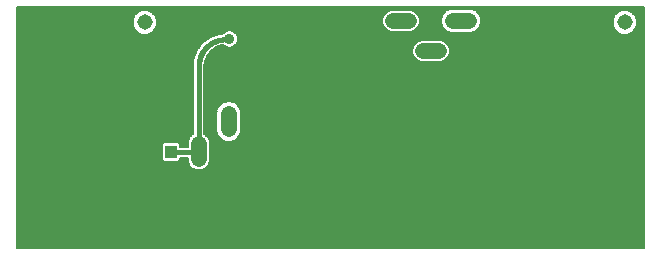
<source format=gbl>
G75*
%MOIN*%
%OFA0B0*%
%FSLAX25Y25*%
%IPPOS*%
%LPD*%
%AMOC8*
5,1,8,0,0,1.08239X$1,22.5*
%
%ADD10C,0.05200*%
%ADD11R,0.03937X0.04331*%
%ADD12C,0.05150*%
%ADD13C,0.00600*%
%ADD14C,0.03569*%
%ADD15C,0.01600*%
D10*
X0085668Y0028262D02*
X0085668Y0033462D01*
X0075668Y0038262D02*
X0075668Y0043462D01*
X0085668Y0048262D02*
X0085668Y0053462D01*
X0150568Y0074362D02*
X0155768Y0074362D01*
X0160568Y0084362D02*
X0165768Y0084362D01*
X0145768Y0084362D02*
X0140568Y0084362D01*
D11*
X0066398Y0040587D03*
X0066398Y0033894D03*
D12*
X0057668Y0013862D03*
X0217668Y0013862D03*
X0217668Y0083862D03*
X0057668Y0083862D03*
D13*
X0014968Y0089022D02*
X0014968Y0008662D01*
X0224069Y0008662D01*
X0224069Y0089022D01*
X0014968Y0089022D01*
X0014968Y0088601D02*
X0224069Y0088601D01*
X0224069Y0088003D02*
X0167692Y0088003D01*
X0168091Y0087837D02*
X0166584Y0088462D01*
X0159753Y0088462D01*
X0158246Y0087837D01*
X0157093Y0086684D01*
X0156468Y0085177D01*
X0156468Y0083546D01*
X0157093Y0082039D01*
X0158246Y0080886D01*
X0159753Y0080262D01*
X0166584Y0080262D01*
X0168091Y0080886D01*
X0169244Y0082039D01*
X0169868Y0083546D01*
X0169868Y0085177D01*
X0169244Y0086684D01*
X0168091Y0087837D01*
X0168524Y0087404D02*
X0215573Y0087404D01*
X0215360Y0087316D02*
X0214214Y0086170D01*
X0213594Y0084672D01*
X0213594Y0083051D01*
X0214214Y0081553D01*
X0215360Y0080407D01*
X0216858Y0079787D01*
X0218479Y0079787D01*
X0219977Y0080407D01*
X0221123Y0081553D01*
X0221743Y0083051D01*
X0221743Y0084672D01*
X0221123Y0086170D01*
X0219977Y0087316D01*
X0218479Y0087936D01*
X0216858Y0087936D01*
X0215360Y0087316D01*
X0214850Y0086806D02*
X0169123Y0086806D01*
X0169442Y0086207D02*
X0214251Y0086207D01*
X0213981Y0085609D02*
X0169690Y0085609D01*
X0169868Y0085010D02*
X0213733Y0085010D01*
X0213594Y0084412D02*
X0169868Y0084412D01*
X0169868Y0083813D02*
X0213594Y0083813D01*
X0213594Y0083215D02*
X0169731Y0083215D01*
X0169483Y0082616D02*
X0213774Y0082616D01*
X0214022Y0082018D02*
X0169222Y0082018D01*
X0168624Y0081419D02*
X0214348Y0081419D01*
X0214947Y0080821D02*
X0167933Y0080821D01*
X0158404Y0080821D02*
X0146888Y0080821D01*
X0146504Y0080662D02*
X0147864Y0081225D01*
X0148905Y0082266D01*
X0149468Y0083626D01*
X0149468Y0085098D01*
X0148905Y0086458D01*
X0147864Y0087498D01*
X0146504Y0088062D01*
X0139832Y0088062D01*
X0138472Y0087498D01*
X0137432Y0086458D01*
X0136868Y0085098D01*
X0136868Y0083626D01*
X0137432Y0082266D01*
X0138472Y0081225D01*
X0139832Y0080662D01*
X0146504Y0080662D01*
X0148058Y0081419D02*
X0157713Y0081419D01*
X0157114Y0082018D02*
X0148657Y0082018D01*
X0149050Y0082616D02*
X0156854Y0082616D01*
X0156606Y0083215D02*
X0149298Y0083215D01*
X0149468Y0083813D02*
X0156468Y0083813D01*
X0156468Y0084412D02*
X0149468Y0084412D01*
X0149468Y0085010D02*
X0156468Y0085010D01*
X0156647Y0085609D02*
X0149257Y0085609D01*
X0149009Y0086207D02*
X0156895Y0086207D01*
X0157214Y0086806D02*
X0148557Y0086806D01*
X0147958Y0087404D02*
X0157813Y0087404D01*
X0158645Y0088003D02*
X0146647Y0088003D01*
X0139690Y0088003D02*
X0014968Y0088003D01*
X0014968Y0087404D02*
X0055573Y0087404D01*
X0055360Y0087316D02*
X0054214Y0086170D01*
X0053594Y0084672D01*
X0053594Y0083051D01*
X0054214Y0081553D01*
X0055360Y0080407D01*
X0056858Y0079787D01*
X0058479Y0079787D01*
X0059977Y0080407D01*
X0061123Y0081553D01*
X0061743Y0083051D01*
X0061743Y0084672D01*
X0061123Y0086170D01*
X0059977Y0087316D01*
X0058479Y0087936D01*
X0056858Y0087936D01*
X0055360Y0087316D01*
X0054850Y0086806D02*
X0014968Y0086806D01*
X0014968Y0086207D02*
X0054251Y0086207D01*
X0053981Y0085609D02*
X0014968Y0085609D01*
X0014968Y0085010D02*
X0053733Y0085010D01*
X0053594Y0084412D02*
X0014968Y0084412D01*
X0014968Y0083813D02*
X0053594Y0083813D01*
X0053594Y0083215D02*
X0014968Y0083215D01*
X0014968Y0082616D02*
X0053774Y0082616D01*
X0054022Y0082018D02*
X0014968Y0082018D01*
X0014968Y0081419D02*
X0054348Y0081419D01*
X0054947Y0080821D02*
X0014968Y0080821D01*
X0014968Y0080222D02*
X0055807Y0080222D01*
X0059529Y0080222D02*
X0083664Y0080222D01*
X0083569Y0080127D02*
X0082824Y0080127D01*
X0079583Y0079073D01*
X0076825Y0077070D01*
X0076825Y0077070D01*
X0076825Y0077070D01*
X0074822Y0074312D01*
X0073768Y0071071D01*
X0073768Y0046680D01*
X0073572Y0046598D01*
X0072532Y0045558D01*
X0071968Y0044198D01*
X0071968Y0042487D01*
X0069467Y0042487D01*
X0069467Y0043208D01*
X0068823Y0043852D01*
X0063974Y0043852D01*
X0063330Y0043208D01*
X0063330Y0037966D01*
X0063974Y0037322D01*
X0068823Y0037322D01*
X0069467Y0037966D01*
X0069467Y0038687D01*
X0071968Y0038687D01*
X0071968Y0037526D01*
X0072532Y0036166D01*
X0073572Y0035125D01*
X0074932Y0034562D01*
X0076404Y0034562D01*
X0077764Y0035125D01*
X0078805Y0036166D01*
X0079368Y0037526D01*
X0079368Y0044198D01*
X0078805Y0045558D01*
X0077764Y0046598D01*
X0077568Y0046680D01*
X0077568Y0069366D01*
X0077654Y0070455D01*
X0078327Y0072526D01*
X0079607Y0074288D01*
X0081369Y0075568D01*
X0083440Y0076241D01*
X0083905Y0076278D01*
X0084258Y0075925D01*
X0085318Y0075486D01*
X0086465Y0075486D01*
X0087525Y0075925D01*
X0088337Y0076736D01*
X0088776Y0077797D01*
X0088776Y0078944D01*
X0088337Y0080004D01*
X0087525Y0080815D01*
X0086465Y0081254D01*
X0085318Y0081254D01*
X0084258Y0080815D01*
X0083569Y0080127D01*
X0082824Y0080127D02*
X0082824Y0080127D01*
X0084270Y0080821D02*
X0060390Y0080821D01*
X0060988Y0081419D02*
X0138278Y0081419D01*
X0137680Y0082018D02*
X0061315Y0082018D01*
X0061563Y0082616D02*
X0137287Y0082616D01*
X0137039Y0083215D02*
X0061743Y0083215D01*
X0061743Y0083813D02*
X0136868Y0083813D01*
X0136868Y0084412D02*
X0061743Y0084412D01*
X0061603Y0085010D02*
X0136868Y0085010D01*
X0137080Y0085609D02*
X0061355Y0085609D01*
X0061086Y0086207D02*
X0137328Y0086207D01*
X0137780Y0086806D02*
X0060487Y0086806D01*
X0059764Y0087404D02*
X0138378Y0087404D01*
X0139449Y0080821D02*
X0087513Y0080821D01*
X0088119Y0080222D02*
X0215807Y0080222D01*
X0219529Y0080222D02*
X0224069Y0080222D01*
X0224069Y0080821D02*
X0220390Y0080821D01*
X0220988Y0081419D02*
X0224069Y0081419D01*
X0224069Y0082018D02*
X0221315Y0082018D01*
X0221563Y0082616D02*
X0224069Y0082616D01*
X0224069Y0083215D02*
X0221743Y0083215D01*
X0221743Y0083813D02*
X0224069Y0083813D01*
X0224069Y0084412D02*
X0221743Y0084412D01*
X0221603Y0085010D02*
X0224069Y0085010D01*
X0224069Y0085609D02*
X0221355Y0085609D01*
X0221086Y0086207D02*
X0224069Y0086207D01*
X0224069Y0086806D02*
X0220487Y0086806D01*
X0219764Y0087404D02*
X0224069Y0087404D01*
X0224069Y0079623D02*
X0088494Y0079623D01*
X0088742Y0079025D02*
X0224069Y0079025D01*
X0224069Y0078426D02*
X0088776Y0078426D01*
X0088776Y0077828D02*
X0149268Y0077828D01*
X0149832Y0078062D02*
X0148472Y0077498D01*
X0147432Y0076458D01*
X0146868Y0075098D01*
X0146868Y0073626D01*
X0147432Y0072266D01*
X0148472Y0071225D01*
X0149832Y0070662D01*
X0156504Y0070662D01*
X0157864Y0071225D01*
X0158905Y0072266D01*
X0159468Y0073626D01*
X0159468Y0075098D01*
X0158905Y0076458D01*
X0157864Y0077498D01*
X0156504Y0078062D01*
X0149832Y0078062D01*
X0148204Y0077229D02*
X0088541Y0077229D01*
X0088231Y0076631D02*
X0147605Y0076631D01*
X0147256Y0076032D02*
X0087633Y0076032D01*
X0084150Y0076032D02*
X0082798Y0076032D01*
X0081184Y0075434D02*
X0147008Y0075434D01*
X0146868Y0074835D02*
X0080360Y0074835D01*
X0079570Y0074237D02*
X0146868Y0074237D01*
X0146868Y0073638D02*
X0079135Y0073638D01*
X0078700Y0073040D02*
X0147111Y0073040D01*
X0147359Y0072441D02*
X0078299Y0072441D01*
X0078105Y0071843D02*
X0147855Y0071843D01*
X0148453Y0071244D02*
X0077910Y0071244D01*
X0077716Y0070646D02*
X0224069Y0070646D01*
X0224069Y0071244D02*
X0157884Y0071244D01*
X0158482Y0071843D02*
X0224069Y0071843D01*
X0224069Y0072441D02*
X0158978Y0072441D01*
X0159226Y0073040D02*
X0224069Y0073040D01*
X0224069Y0073638D02*
X0159468Y0073638D01*
X0159468Y0074237D02*
X0224069Y0074237D01*
X0224069Y0074835D02*
X0159468Y0074835D01*
X0159329Y0075434D02*
X0224069Y0075434D01*
X0224069Y0076032D02*
X0159081Y0076032D01*
X0158732Y0076631D02*
X0224069Y0076631D01*
X0224069Y0077229D02*
X0158133Y0077229D01*
X0157069Y0077828D02*
X0224069Y0077828D01*
X0224069Y0070047D02*
X0077622Y0070047D01*
X0077575Y0069449D02*
X0224069Y0069449D01*
X0224069Y0068850D02*
X0077568Y0068850D01*
X0077568Y0068252D02*
X0224069Y0068252D01*
X0224069Y0067653D02*
X0077568Y0067653D01*
X0077568Y0067055D02*
X0224069Y0067055D01*
X0224069Y0066456D02*
X0077568Y0066456D01*
X0077568Y0065858D02*
X0224069Y0065858D01*
X0224069Y0065259D02*
X0077568Y0065259D01*
X0077568Y0064661D02*
X0224069Y0064661D01*
X0224069Y0064062D02*
X0077568Y0064062D01*
X0077568Y0063464D02*
X0224069Y0063464D01*
X0224069Y0062865D02*
X0077568Y0062865D01*
X0077568Y0062267D02*
X0224069Y0062267D01*
X0224069Y0061668D02*
X0077568Y0061668D01*
X0077568Y0061070D02*
X0224069Y0061070D01*
X0224069Y0060471D02*
X0077568Y0060471D01*
X0077568Y0059873D02*
X0224069Y0059873D01*
X0224069Y0059274D02*
X0077568Y0059274D01*
X0077568Y0058676D02*
X0224069Y0058676D01*
X0224069Y0058077D02*
X0077568Y0058077D01*
X0077568Y0057479D02*
X0084652Y0057479D01*
X0084853Y0057562D02*
X0083346Y0056937D01*
X0082193Y0055784D01*
X0081568Y0054277D01*
X0081568Y0047446D01*
X0082193Y0045939D01*
X0083346Y0044786D01*
X0084853Y0044162D01*
X0086484Y0044162D01*
X0087991Y0044786D01*
X0089144Y0045939D01*
X0089768Y0047446D01*
X0089768Y0054277D01*
X0089144Y0055784D01*
X0087991Y0056937D01*
X0086484Y0057562D01*
X0084853Y0057562D01*
X0083288Y0056880D02*
X0077568Y0056880D01*
X0077568Y0056282D02*
X0082690Y0056282D01*
X0082151Y0055683D02*
X0077568Y0055683D01*
X0077568Y0055085D02*
X0081903Y0055085D01*
X0081655Y0054486D02*
X0077568Y0054486D01*
X0077568Y0053887D02*
X0081568Y0053887D01*
X0081568Y0053289D02*
X0077568Y0053289D01*
X0077568Y0052690D02*
X0081568Y0052690D01*
X0081568Y0052092D02*
X0077568Y0052092D01*
X0077568Y0051493D02*
X0081568Y0051493D01*
X0081568Y0050895D02*
X0077568Y0050895D01*
X0077568Y0050296D02*
X0081568Y0050296D01*
X0081568Y0049698D02*
X0077568Y0049698D01*
X0077568Y0049099D02*
X0081568Y0049099D01*
X0081568Y0048501D02*
X0077568Y0048501D01*
X0077568Y0047902D02*
X0081568Y0047902D01*
X0081627Y0047304D02*
X0077568Y0047304D01*
X0077568Y0046705D02*
X0081875Y0046705D01*
X0082123Y0046107D02*
X0078256Y0046107D01*
X0078825Y0045508D02*
X0082623Y0045508D01*
X0083222Y0044910D02*
X0079073Y0044910D01*
X0079321Y0044311D02*
X0084492Y0044311D01*
X0086845Y0044311D02*
X0224069Y0044311D01*
X0224069Y0043713D02*
X0079368Y0043713D01*
X0079368Y0043114D02*
X0224069Y0043114D01*
X0224069Y0042516D02*
X0079368Y0042516D01*
X0079368Y0041917D02*
X0224069Y0041917D01*
X0224069Y0041319D02*
X0079368Y0041319D01*
X0079368Y0040720D02*
X0224069Y0040720D01*
X0224069Y0040122D02*
X0079368Y0040122D01*
X0079368Y0039523D02*
X0224069Y0039523D01*
X0224069Y0038925D02*
X0079368Y0038925D01*
X0079368Y0038326D02*
X0224069Y0038326D01*
X0224069Y0037728D02*
X0079368Y0037728D01*
X0079204Y0037129D02*
X0224069Y0037129D01*
X0224069Y0036531D02*
X0078956Y0036531D01*
X0078571Y0035932D02*
X0224069Y0035932D01*
X0224069Y0035334D02*
X0077973Y0035334D01*
X0076823Y0034735D02*
X0224069Y0034735D01*
X0224069Y0034137D02*
X0014968Y0034137D01*
X0014968Y0034735D02*
X0074514Y0034735D01*
X0073364Y0035334D02*
X0014968Y0035334D01*
X0014968Y0035932D02*
X0072765Y0035932D01*
X0072380Y0036531D02*
X0014968Y0036531D01*
X0014968Y0037129D02*
X0072133Y0037129D01*
X0071968Y0037728D02*
X0069228Y0037728D01*
X0069467Y0038326D02*
X0071968Y0038326D01*
X0063568Y0037728D02*
X0014968Y0037728D01*
X0014968Y0038326D02*
X0063330Y0038326D01*
X0063330Y0038925D02*
X0014968Y0038925D01*
X0014968Y0039523D02*
X0063330Y0039523D01*
X0063330Y0040122D02*
X0014968Y0040122D01*
X0014968Y0040720D02*
X0063330Y0040720D01*
X0063330Y0041319D02*
X0014968Y0041319D01*
X0014968Y0041917D02*
X0063330Y0041917D01*
X0063330Y0042516D02*
X0014968Y0042516D01*
X0014968Y0043114D02*
X0063330Y0043114D01*
X0063835Y0043713D02*
X0014968Y0043713D01*
X0014968Y0044311D02*
X0072015Y0044311D01*
X0071968Y0043713D02*
X0068962Y0043713D01*
X0069467Y0043114D02*
X0071968Y0043114D01*
X0071968Y0042516D02*
X0069467Y0042516D01*
X0072263Y0044910D02*
X0014968Y0044910D01*
X0014968Y0045508D02*
X0072511Y0045508D01*
X0073081Y0046107D02*
X0014968Y0046107D01*
X0014968Y0046705D02*
X0073768Y0046705D01*
X0073768Y0047304D02*
X0014968Y0047304D01*
X0014968Y0047902D02*
X0073768Y0047902D01*
X0073768Y0048501D02*
X0014968Y0048501D01*
X0014968Y0049099D02*
X0073768Y0049099D01*
X0073768Y0049698D02*
X0014968Y0049698D01*
X0014968Y0050296D02*
X0073768Y0050296D01*
X0073768Y0050895D02*
X0014968Y0050895D01*
X0014968Y0051493D02*
X0073768Y0051493D01*
X0073768Y0052092D02*
X0014968Y0052092D01*
X0014968Y0052690D02*
X0073768Y0052690D01*
X0073768Y0053289D02*
X0014968Y0053289D01*
X0014968Y0053887D02*
X0073768Y0053887D01*
X0073768Y0054486D02*
X0014968Y0054486D01*
X0014968Y0055085D02*
X0073768Y0055085D01*
X0073768Y0055683D02*
X0014968Y0055683D01*
X0014968Y0056282D02*
X0073768Y0056282D01*
X0073768Y0056880D02*
X0014968Y0056880D01*
X0014968Y0057479D02*
X0073768Y0057479D01*
X0073768Y0058077D02*
X0014968Y0058077D01*
X0014968Y0058676D02*
X0073768Y0058676D01*
X0073768Y0059274D02*
X0014968Y0059274D01*
X0014968Y0059873D02*
X0073768Y0059873D01*
X0073768Y0060471D02*
X0014968Y0060471D01*
X0014968Y0061070D02*
X0073768Y0061070D01*
X0073768Y0061668D02*
X0014968Y0061668D01*
X0014968Y0062267D02*
X0073768Y0062267D01*
X0073768Y0062865D02*
X0014968Y0062865D01*
X0014968Y0063464D02*
X0073768Y0063464D01*
X0073768Y0064062D02*
X0014968Y0064062D01*
X0014968Y0064661D02*
X0073768Y0064661D01*
X0073768Y0065259D02*
X0014968Y0065259D01*
X0014968Y0065858D02*
X0073768Y0065858D01*
X0073768Y0066456D02*
X0014968Y0066456D01*
X0014968Y0067055D02*
X0073768Y0067055D01*
X0073768Y0067653D02*
X0014968Y0067653D01*
X0014968Y0068252D02*
X0073768Y0068252D01*
X0073768Y0068850D02*
X0014968Y0068850D01*
X0014968Y0069449D02*
X0073768Y0069449D01*
X0073768Y0070047D02*
X0014968Y0070047D01*
X0014968Y0070646D02*
X0073768Y0070646D01*
X0073825Y0071244D02*
X0014968Y0071244D01*
X0014968Y0071843D02*
X0074019Y0071843D01*
X0074214Y0072441D02*
X0014968Y0072441D01*
X0014968Y0073040D02*
X0074408Y0073040D01*
X0074603Y0073638D02*
X0014968Y0073638D01*
X0014968Y0074237D02*
X0074797Y0074237D01*
X0074822Y0074312D02*
X0074822Y0074312D01*
X0075202Y0074835D02*
X0014968Y0074835D01*
X0014968Y0075434D02*
X0075637Y0075434D01*
X0076071Y0076032D02*
X0014968Y0076032D01*
X0014968Y0076631D02*
X0076506Y0076631D01*
X0077045Y0077229D02*
X0014968Y0077229D01*
X0014968Y0077828D02*
X0077869Y0077828D01*
X0078692Y0078426D02*
X0014968Y0078426D01*
X0014968Y0079025D02*
X0079516Y0079025D01*
X0079583Y0079073D02*
X0079583Y0079073D01*
X0081276Y0079623D02*
X0014968Y0079623D01*
X0086684Y0057479D02*
X0224069Y0057479D01*
X0224069Y0056880D02*
X0088048Y0056880D01*
X0088647Y0056282D02*
X0224069Y0056282D01*
X0224069Y0055683D02*
X0089186Y0055683D01*
X0089434Y0055085D02*
X0224069Y0055085D01*
X0224069Y0054486D02*
X0089682Y0054486D01*
X0089768Y0053887D02*
X0224069Y0053887D01*
X0224069Y0053289D02*
X0089768Y0053289D01*
X0089768Y0052690D02*
X0224069Y0052690D01*
X0224069Y0052092D02*
X0089768Y0052092D01*
X0089768Y0051493D02*
X0224069Y0051493D01*
X0224069Y0050895D02*
X0089768Y0050895D01*
X0089768Y0050296D02*
X0224069Y0050296D01*
X0224069Y0049698D02*
X0089768Y0049698D01*
X0089768Y0049099D02*
X0224069Y0049099D01*
X0224069Y0048501D02*
X0089768Y0048501D01*
X0089768Y0047902D02*
X0224069Y0047902D01*
X0224069Y0047304D02*
X0089709Y0047304D01*
X0089461Y0046705D02*
X0224069Y0046705D01*
X0224069Y0046107D02*
X0089214Y0046107D01*
X0088713Y0045508D02*
X0224069Y0045508D01*
X0224069Y0044910D02*
X0088115Y0044910D01*
X0014968Y0033538D02*
X0224069Y0033538D01*
X0224069Y0032940D02*
X0014968Y0032940D01*
X0014968Y0032341D02*
X0224069Y0032341D01*
X0224069Y0031743D02*
X0014968Y0031743D01*
X0014968Y0031144D02*
X0224069Y0031144D01*
X0224069Y0030546D02*
X0014968Y0030546D01*
X0014968Y0029947D02*
X0224069Y0029947D01*
X0224069Y0029349D02*
X0014968Y0029349D01*
X0014968Y0028750D02*
X0224069Y0028750D01*
X0224069Y0028152D02*
X0014968Y0028152D01*
X0014968Y0027553D02*
X0224069Y0027553D01*
X0224069Y0026954D02*
X0014968Y0026954D01*
X0014968Y0026356D02*
X0224069Y0026356D01*
X0224069Y0025757D02*
X0014968Y0025757D01*
X0014968Y0025159D02*
X0224069Y0025159D01*
X0224069Y0024560D02*
X0014968Y0024560D01*
X0014968Y0023962D02*
X0224069Y0023962D01*
X0224069Y0023363D02*
X0014968Y0023363D01*
X0014968Y0022765D02*
X0224069Y0022765D01*
X0224069Y0022166D02*
X0014968Y0022166D01*
X0014968Y0021568D02*
X0224069Y0021568D01*
X0224069Y0020969D02*
X0014968Y0020969D01*
X0014968Y0020371D02*
X0224069Y0020371D01*
X0224069Y0019772D02*
X0014968Y0019772D01*
X0014968Y0019174D02*
X0224069Y0019174D01*
X0224069Y0018575D02*
X0014968Y0018575D01*
X0014968Y0017977D02*
X0224069Y0017977D01*
X0224069Y0017378D02*
X0014968Y0017378D01*
X0014968Y0016780D02*
X0224069Y0016780D01*
X0224069Y0016181D02*
X0014968Y0016181D01*
X0014968Y0015583D02*
X0224069Y0015583D01*
X0224069Y0014984D02*
X0014968Y0014984D01*
X0014968Y0014386D02*
X0224069Y0014386D01*
X0224069Y0013787D02*
X0014968Y0013787D01*
X0014968Y0013189D02*
X0224069Y0013189D01*
X0224069Y0012590D02*
X0014968Y0012590D01*
X0014968Y0011992D02*
X0224069Y0011992D01*
X0224069Y0011393D02*
X0014968Y0011393D01*
X0014968Y0010795D02*
X0224069Y0010795D01*
X0224069Y0010196D02*
X0014968Y0010196D01*
X0014968Y0009598D02*
X0224069Y0009598D01*
X0224069Y0008999D02*
X0014968Y0008999D01*
D14*
X0032415Y0027976D03*
X0032415Y0032976D03*
X0047415Y0032976D03*
X0047415Y0027976D03*
X0099915Y0065476D03*
X0104915Y0065476D03*
X0104915Y0070476D03*
X0099915Y0070476D03*
X0099915Y0075476D03*
X0104915Y0075476D03*
X0104915Y0080476D03*
X0099915Y0080476D03*
X0085892Y0078370D03*
X0201915Y0037976D03*
X0201915Y0032976D03*
X0211915Y0032976D03*
X0211915Y0037976D03*
D15*
X0084529Y0078226D02*
X0084315Y0078223D01*
X0084101Y0078216D01*
X0083887Y0078203D01*
X0083674Y0078185D01*
X0083461Y0078161D01*
X0083249Y0078133D01*
X0083037Y0078100D01*
X0082827Y0078061D01*
X0082617Y0078017D01*
X0082409Y0077969D01*
X0082201Y0077915D01*
X0081996Y0077856D01*
X0081791Y0077792D01*
X0081588Y0077724D01*
X0081387Y0077650D01*
X0081188Y0077572D01*
X0080991Y0077489D01*
X0080795Y0077401D01*
X0080602Y0077308D01*
X0080412Y0077211D01*
X0080223Y0077109D01*
X0080037Y0077003D01*
X0079854Y0076892D01*
X0079674Y0076777D01*
X0079496Y0076658D01*
X0079321Y0076534D01*
X0079150Y0076406D01*
X0078981Y0076274D01*
X0078816Y0076138D01*
X0078654Y0075998D01*
X0078495Y0075854D01*
X0078340Y0075706D01*
X0078189Y0075555D01*
X0078041Y0075400D01*
X0077897Y0075241D01*
X0077757Y0075079D01*
X0077621Y0074914D01*
X0077489Y0074745D01*
X0077361Y0074574D01*
X0077237Y0074399D01*
X0077118Y0074221D01*
X0077003Y0074041D01*
X0076892Y0073858D01*
X0076786Y0073672D01*
X0076684Y0073483D01*
X0076587Y0073293D01*
X0076494Y0073100D01*
X0076406Y0072904D01*
X0076323Y0072707D01*
X0076245Y0072508D01*
X0076171Y0072307D01*
X0076103Y0072104D01*
X0076039Y0071899D01*
X0075980Y0071694D01*
X0075926Y0071486D01*
X0075878Y0071278D01*
X0075834Y0071068D01*
X0075795Y0070858D01*
X0075762Y0070646D01*
X0075734Y0070434D01*
X0075710Y0070221D01*
X0075692Y0070008D01*
X0075679Y0069794D01*
X0075672Y0069580D01*
X0075669Y0069366D01*
X0075668Y0069366D02*
X0075668Y0040862D01*
X0075669Y0040862D02*
X0075667Y0040831D01*
X0075662Y0040801D01*
X0075654Y0040771D01*
X0075642Y0040743D01*
X0075627Y0040716D01*
X0075609Y0040691D01*
X0075588Y0040668D01*
X0075565Y0040647D01*
X0075540Y0040629D01*
X0075513Y0040614D01*
X0075485Y0040602D01*
X0075455Y0040594D01*
X0075425Y0040589D01*
X0075394Y0040587D01*
X0066398Y0040587D01*
X0084529Y0078227D02*
X0085748Y0078227D01*
X0085748Y0078226D02*
X0085771Y0078228D01*
X0085792Y0078233D01*
X0085813Y0078242D01*
X0085833Y0078254D01*
X0085850Y0078268D01*
X0085864Y0078285D01*
X0085876Y0078305D01*
X0085885Y0078326D01*
X0085890Y0078347D01*
X0085892Y0078370D01*
M02*

</source>
